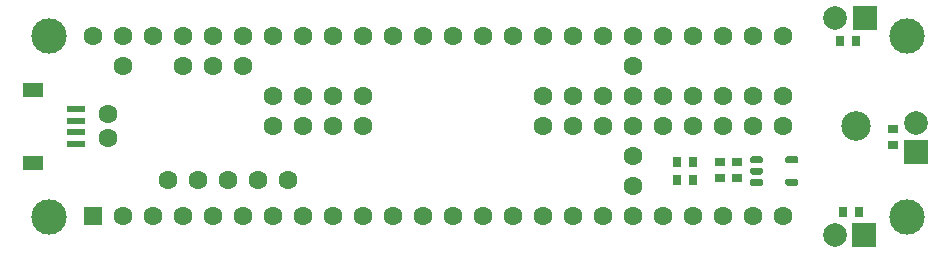
<source format=gbr>
%TF.GenerationSoftware,KiCad,Pcbnew,(5.1.10)-1*%
%TF.CreationDate,2021-08-06T14:31:04-07:00*%
%TF.ProjectId,main_board,6d61696e-5f62-46f6-9172-642e6b696361,rev?*%
%TF.SameCoordinates,Original*%
%TF.FileFunction,Soldermask,Bot*%
%TF.FilePolarity,Negative*%
%FSLAX46Y46*%
G04 Gerber Fmt 4.6, Leading zero omitted, Abs format (unit mm)*
G04 Created by KiCad (PCBNEW (5.1.10)-1) date 2021-08-06 14:31:04*
%MOMM*%
%LPD*%
G01*
G04 APERTURE LIST*
%ADD10C,3.000000*%
%ADD11C,2.500000*%
%ADD12C,1.600000*%
%ADD13R,1.600000X1.600000*%
%ADD14R,1.800000X1.200000*%
%ADD15R,1.550000X0.600000*%
%ADD16R,0.900000X0.725000*%
%ADD17R,0.725000X0.900000*%
%ADD18C,2.000000*%
%ADD19R,2.000000X2.000000*%
G04 APERTURE END LIST*
D10*
%TO.C,H3*%
X57360000Y-90744000D03*
%TD*%
%TO.C,H4*%
X57360000Y-75390000D03*
%TD*%
%TO.C,H2*%
X129974000Y-90744000D03*
%TD*%
%TO.C,H1*%
X129974000Y-75390000D03*
%TD*%
D11*
%TO.C,H5*%
X125679200Y-83067000D03*
%TD*%
D12*
%TO.C,U1*%
X62344300Y-82009900D03*
X62344300Y-84029900D03*
X76314300Y-80479900D03*
X78854300Y-80479900D03*
X81394300Y-80479900D03*
X83934300Y-80479900D03*
X83934300Y-83019900D03*
X81394300Y-83019900D03*
X76314300Y-83019900D03*
X78854300Y-83019900D03*
X99174300Y-83019900D03*
X99174300Y-80479900D03*
X101714300Y-83019900D03*
X101714300Y-80479900D03*
X104254300Y-83019900D03*
X104254300Y-80479900D03*
X119494300Y-83019900D03*
X119494300Y-80479900D03*
X109334300Y-83019900D03*
X111874300Y-83019900D03*
X114414300Y-83019900D03*
X116954300Y-83019900D03*
X116954300Y-80479900D03*
X114414300Y-80479900D03*
X111874300Y-80479900D03*
X109334300Y-80479900D03*
X77584300Y-87639900D03*
X75044300Y-87639900D03*
X72504300Y-87639900D03*
X69964300Y-87639900D03*
X67424300Y-87639900D03*
X73774300Y-77939900D03*
X71234300Y-77939900D03*
X68694300Y-77939900D03*
X63614300Y-77939900D03*
X61074300Y-75399900D03*
X63614300Y-75399900D03*
X66154300Y-75399900D03*
X68694300Y-75399900D03*
X71234300Y-75399900D03*
X73774300Y-75399900D03*
X76314300Y-75399900D03*
X78854300Y-75399900D03*
X81394300Y-75399900D03*
X83934300Y-75399900D03*
X86474300Y-75399900D03*
X89014300Y-75399900D03*
X91554300Y-75399900D03*
X94094300Y-75399900D03*
X96634300Y-75399900D03*
X99174300Y-75399900D03*
D13*
X61074300Y-90639900D03*
D12*
X63614300Y-90639900D03*
X66154300Y-90639900D03*
X68694300Y-90639900D03*
X71234300Y-90639900D03*
X73774300Y-90639900D03*
X76314300Y-90639900D03*
X78854300Y-90639900D03*
X81394300Y-90639900D03*
X83934300Y-90639900D03*
X86474300Y-90639900D03*
X89014300Y-90639900D03*
X91554300Y-90639900D03*
X101714300Y-75399900D03*
X104254300Y-75399900D03*
X106794300Y-75399900D03*
X109334300Y-75399900D03*
X111874300Y-75399900D03*
X114414300Y-75399900D03*
X116954300Y-75399900D03*
X119494300Y-75399900D03*
X106794300Y-77939900D03*
X106794300Y-80479900D03*
X106794300Y-83019900D03*
X106794300Y-85559900D03*
X106794300Y-88099900D03*
X119494300Y-90639900D03*
X116954300Y-90639900D03*
X114414300Y-90639900D03*
X111874300Y-90639900D03*
X94094300Y-90639900D03*
X96634300Y-90639900D03*
X99174300Y-90639900D03*
X109334300Y-90639900D03*
X106794300Y-90639900D03*
X104254300Y-90639900D03*
X101714300Y-90639900D03*
%TD*%
D14*
%TO.C,J1*%
X56001100Y-86185300D03*
X56001100Y-79985300D03*
D15*
X59601100Y-81585300D03*
X59601100Y-82585300D03*
X59601100Y-83585300D03*
X59601100Y-84585300D03*
%TD*%
%TO.C,U4*%
G36*
G01*
X119680900Y-86070500D02*
X119680900Y-85770500D01*
G75*
G02*
X119830900Y-85620500I150000J0D01*
G01*
X120630900Y-85620500D01*
G75*
G02*
X120780900Y-85770500I0J-150000D01*
G01*
X120780900Y-86070500D01*
G75*
G02*
X120630900Y-86220500I-150000J0D01*
G01*
X119830900Y-86220500D01*
G75*
G02*
X119680900Y-86070500I0J150000D01*
G01*
G37*
G36*
G01*
X116680900Y-86070500D02*
X116680900Y-85770500D01*
G75*
G02*
X116830900Y-85620500I150000J0D01*
G01*
X117630900Y-85620500D01*
G75*
G02*
X117780900Y-85770500I0J-150000D01*
G01*
X117780900Y-86070500D01*
G75*
G02*
X117630900Y-86220500I-150000J0D01*
G01*
X116830900Y-86220500D01*
G75*
G02*
X116680900Y-86070500I0J150000D01*
G01*
G37*
G36*
G01*
X116680900Y-87020500D02*
X116680900Y-86720500D01*
G75*
G02*
X116830900Y-86570500I150000J0D01*
G01*
X117630900Y-86570500D01*
G75*
G02*
X117780900Y-86720500I0J-150000D01*
G01*
X117780900Y-87020500D01*
G75*
G02*
X117630900Y-87170500I-150000J0D01*
G01*
X116830900Y-87170500D01*
G75*
G02*
X116680900Y-87020500I0J150000D01*
G01*
G37*
G36*
G01*
X119680900Y-87970500D02*
X119680900Y-87670500D01*
G75*
G02*
X119830900Y-87520500I150000J0D01*
G01*
X120630900Y-87520500D01*
G75*
G02*
X120780900Y-87670500I0J-150000D01*
G01*
X120780900Y-87970500D01*
G75*
G02*
X120630900Y-88120500I-150000J0D01*
G01*
X119830900Y-88120500D01*
G75*
G02*
X119680900Y-87970500I0J150000D01*
G01*
G37*
G36*
G01*
X116680900Y-87970500D02*
X116680900Y-87670500D01*
G75*
G02*
X116830900Y-87520500I150000J0D01*
G01*
X117630900Y-87520500D01*
G75*
G02*
X117780900Y-87670500I0J-150000D01*
G01*
X117780900Y-87970500D01*
G75*
G02*
X117630900Y-88120500I-150000J0D01*
G01*
X116830900Y-88120500D01*
G75*
G02*
X116680900Y-87970500I0J150000D01*
G01*
G37*
%TD*%
D16*
%TO.C,R8*%
X115544600Y-87452200D03*
X115544600Y-86077200D03*
%TD*%
D17*
%TO.C,R7*%
X125949300Y-90297000D03*
X124574300Y-90297000D03*
%TD*%
D16*
%TO.C,R5*%
X128778000Y-84696300D03*
X128778000Y-83321300D03*
%TD*%
D17*
%TO.C,R4*%
X125644500Y-75831700D03*
X124269500Y-75831700D03*
%TD*%
%TO.C,R2*%
X110502700Y-86080600D03*
X111877700Y-86080600D03*
%TD*%
%TO.C,R1*%
X111848900Y-87655400D03*
X110473900Y-87655400D03*
%TD*%
D16*
%TO.C,C3*%
X114147600Y-87452200D03*
X114147600Y-86077200D03*
%TD*%
D18*
%TO.C,BZ3*%
X123855600Y-92290900D03*
D19*
X126355600Y-92290900D03*
%TD*%
%TO.C,BZ2*%
X130708400Y-85253200D03*
D18*
X130708400Y-82753200D03*
%TD*%
%TO.C,BZ1*%
X123890400Y-73914000D03*
D19*
X126390400Y-73914000D03*
%TD*%
M02*

</source>
